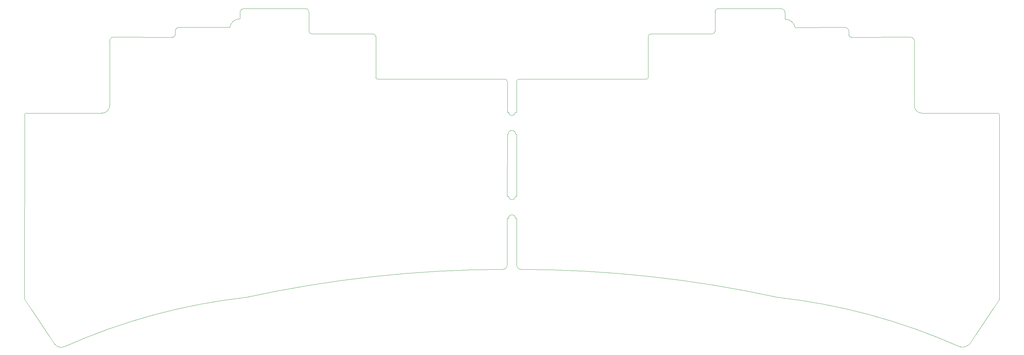
<source format=gbr>
%TF.GenerationSoftware,KiCad,Pcbnew,(6.0.5-0)*%
%TF.CreationDate,2022-06-22T19:04:36-07:00*%
%TF.ProjectId,Swept_3x6,53776570-745f-4337-9836-2e6b69636164,rev?*%
%TF.SameCoordinates,Original*%
%TF.FileFunction,Profile,NP*%
%FSLAX46Y46*%
G04 Gerber Fmt 4.6, Leading zero omitted, Abs format (unit mm)*
G04 Created by KiCad (PCBNEW (6.0.5-0)) date 2022-06-22 19:04:36*
%MOMM*%
%LPD*%
G01*
G04 APERTURE LIST*
%TA.AperFunction,Profile*%
%ADD10C,0.050000*%
%TD*%
G04 APERTURE END LIST*
D10*
X255944001Y-44417999D02*
X255944045Y-27093419D01*
X267901390Y-108847455D02*
G75*
G03*
X270637000Y-108229400I945310J2179055D01*
G01*
X255943997Y-44417999D02*
G75*
G03*
X257937000Y-46348917I1999703J69999D01*
G01*
X219288535Y-95695022D02*
G75*
G03*
X150647400Y-88214200I-69219135J-316475378D01*
G01*
X255944042Y-27093419D02*
G75*
G03*
X254871948Y-26001558I-1081942J9919D01*
G01*
X224014371Y-23380506D02*
X237312020Y-23374308D01*
X57353200Y-26009600D02*
G75*
G03*
X57988200Y-25374600I0J635000D01*
G01*
X221310199Y-19456400D02*
G75*
G03*
X220243220Y-18370508I-1076799J9100D01*
G01*
X93802209Y-19308139D02*
G75*
G03*
X92862400Y-18364200I-943909J39D01*
G01*
X147294227Y-46075600D02*
X146964400Y-46075600D01*
X149428200Y-51968400D02*
X149453600Y-68656200D01*
X149148800Y-51968400D02*
X149428200Y-51968400D01*
X57988200Y-24434800D02*
X57988200Y-25374600D01*
X111709200Y-25908000D02*
G75*
G03*
X110947200Y-25146000I-762000J0D01*
G01*
X18084800Y-46355000D02*
X38388198Y-46348917D01*
X146913600Y-68656200D02*
X146939000Y-51968400D01*
X41495252Y-26001555D02*
G75*
G03*
X40423155Y-27093419I9848J-1081945D01*
G01*
X38388198Y-46348918D02*
G75*
G03*
X40423199Y-44417999I35002J2000918D01*
G01*
X238379012Y-24434800D02*
G75*
G03*
X237312020Y-23374308I-1076812J-16400D01*
G01*
X40423155Y-27093419D02*
X40423199Y-44417999D01*
X257937000Y-46348917D02*
X278282400Y-46355000D01*
X146913600Y-87020400D02*
X146913600Y-74472800D01*
X203504800Y-18364209D02*
G75*
G03*
X202565000Y-19308139I4100J-943891D01*
G01*
X150088600Y-37261800D02*
G75*
G03*
X149402800Y-37947600I0J-685800D01*
G01*
X147269200Y-68656200D02*
X146913600Y-68656200D01*
X147167600Y-51968400D02*
X146939000Y-51968400D01*
X267901410Y-108847409D02*
G75*
G03*
X219288534Y-95695027I-66624810J-149837891D01*
G01*
X75331283Y-19558000D02*
X75336400Y-21082000D01*
X149402800Y-37947600D02*
X149402800Y-46151800D01*
X278688800Y-96266000D02*
X270637000Y-108229400D01*
X202565000Y-19308139D02*
X202565000Y-24384000D01*
X149148800Y-51968400D02*
G75*
G03*
X147167600Y-51968400I-990600J0D01*
G01*
X93802200Y-24384000D02*
X93802200Y-19308139D01*
X278708839Y-46775732D02*
G75*
G03*
X278282400Y-46355000I-420739J32D01*
G01*
X184200800Y-37261800D02*
X150088600Y-37261800D01*
X278708868Y-46775732D02*
X278739600Y-96012000D01*
X59055180Y-23374320D02*
G75*
G03*
X57988200Y-24434800I9820J-1076880D01*
G01*
X147269200Y-74472800D02*
X146913600Y-74472800D01*
X254871948Y-26001558D02*
X239014000Y-26009600D01*
X238379000Y-25374600D02*
X238379000Y-24434800D01*
X77078666Y-95695027D02*
G75*
G03*
X28465795Y-108847420I18011984J-162990303D01*
G01*
X57353200Y-26009600D02*
X41495252Y-26001558D01*
X18084800Y-46354971D02*
G75*
G03*
X17658332Y-46775732I-5700J-420729D01*
G01*
X201803000Y-25146000D02*
G75*
G03*
X202565000Y-24384000I0J762000D01*
G01*
X148183600Y-69545552D02*
G75*
G03*
X149097999Y-68656200I0J914752D01*
G01*
X59055180Y-23374308D02*
X72618600Y-23368000D01*
X149453600Y-87020400D02*
G75*
G03*
X150647400Y-88214200I1193800J0D01*
G01*
X93802200Y-24384000D02*
G75*
G03*
X94564200Y-25146000I762000J0D01*
G01*
X149402800Y-46151800D02*
X149021800Y-46151800D01*
X145719800Y-88214200D02*
G75*
G03*
X146913600Y-87020400I16200J1177600D01*
G01*
X149453600Y-74472800D02*
X149098000Y-74472800D01*
X201803000Y-25146000D02*
X185420000Y-25146000D01*
X184200800Y-37261800D02*
G75*
G03*
X184658000Y-36804600I0J457200D01*
G01*
X110947200Y-25146000D02*
X94564200Y-25146000D01*
X146964400Y-37947600D02*
G75*
G03*
X146278600Y-37261800I-685800J0D01*
G01*
X149453600Y-74472800D02*
X149453600Y-87020400D01*
X111709200Y-36804600D02*
G75*
G03*
X112166400Y-37261800I457200J0D01*
G01*
X146964400Y-46075600D02*
X146964400Y-37947600D01*
X25730198Y-108229402D02*
G75*
G03*
X28465795Y-108847420I1752852J1395392D01*
G01*
X147269201Y-68656200D02*
G75*
G03*
X148183600Y-69545552I914399J25400D01*
G01*
X238379000Y-25374600D02*
G75*
G03*
X239014000Y-26009600I635000J0D01*
G01*
X149453600Y-68656200D02*
X149098000Y-68656200D01*
X146278600Y-37261800D02*
X112166400Y-37261800D01*
X75336400Y-21082044D02*
G75*
G03*
X72618600Y-23368000I15700J-2777256D01*
G01*
X184658000Y-25908000D02*
X184658000Y-36804600D01*
X185420000Y-25146000D02*
G75*
G03*
X184658000Y-25908000I0J-762000D01*
G01*
X17627600Y-96012000D02*
G75*
G03*
X17678400Y-96266000I660400J0D01*
G01*
X147294320Y-46075605D02*
G75*
G03*
X149021800Y-46151800I863180J-50795D01*
G01*
X149098000Y-74472800D02*
G75*
G03*
X147269200Y-74472800I-914400J0D01*
G01*
X76657203Y-18338769D02*
G75*
G03*
X75331283Y-19558000I-122903J-1196931D01*
G01*
X224014371Y-23380506D02*
G75*
G03*
X221310200Y-21183600I-2729571J-597094D01*
G01*
X17627600Y-96012000D02*
X17658332Y-46775732D01*
X25730200Y-108229400D02*
X17678400Y-96266000D01*
X278688800Y-96266000D02*
G75*
G03*
X278739600Y-96012000I-609600J254000D01*
G01*
X220243220Y-18370508D02*
X203504800Y-18364200D01*
X92862400Y-18364200D02*
X76657200Y-18338800D01*
X111709200Y-36804600D02*
X111709200Y-25908000D01*
X221310200Y-21183600D02*
X221310200Y-19456400D01*
X145719800Y-88214206D02*
G75*
G03*
X77078666Y-95695027I578000J-323956194D01*
G01*
M02*

</source>
